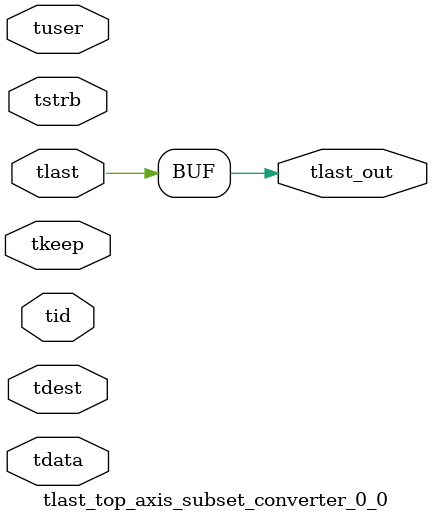
<source format=v>


`timescale 1ps/1ps

module tlast_top_axis_subset_converter_0_0 #
(
parameter C_S_AXIS_TID_WIDTH   = 1,
parameter C_S_AXIS_TUSER_WIDTH = 0,
parameter C_S_AXIS_TDATA_WIDTH = 0,
parameter C_S_AXIS_TDEST_WIDTH = 0
)
(
input  [(C_S_AXIS_TID_WIDTH   == 0 ? 1 : C_S_AXIS_TID_WIDTH)-1:0       ] tid,
input  [(C_S_AXIS_TDATA_WIDTH == 0 ? 1 : C_S_AXIS_TDATA_WIDTH)-1:0     ] tdata,
input  [(C_S_AXIS_TUSER_WIDTH == 0 ? 1 : C_S_AXIS_TUSER_WIDTH)-1:0     ] tuser,
input  [(C_S_AXIS_TDEST_WIDTH == 0 ? 1 : C_S_AXIS_TDEST_WIDTH)-1:0     ] tdest,
input  [(C_S_AXIS_TDATA_WIDTH/8)-1:0 ] tkeep,
input  [(C_S_AXIS_TDATA_WIDTH/8)-1:0 ] tstrb,
input  [0:0]                                                             tlast,
output                                                                   tlast_out
);

assign tlast_out = {tlast};

endmodule


</source>
